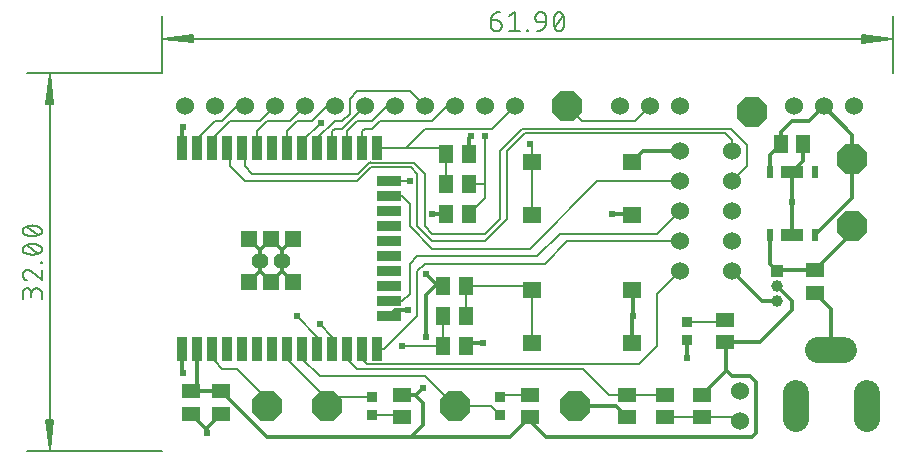
<source format=gbr>
G04 EAGLE Gerber RS-274X export*
G75*
%MOMM*%
%FSLAX34Y34*%
%LPD*%
%INTop Copper*%
%IPPOS*%
%AMOC8*
5,1,8,0,0,1.08239X$1,22.5*%
G01*
%ADD10C,0.130000*%
%ADD11C,0.152400*%
%ADD12R,1.300000X1.500000*%
%ADD13R,1.500000X1.300000*%
%ADD14C,1.524000*%
%ADD15R,0.600000X1.050000*%
%ADD16R,1.870000X1.050000*%
%ADD17R,0.950000X0.950000*%
%ADD18R,1.600000X1.400000*%
%ADD19R,0.900000X2.000000*%
%ADD20R,2.000000X0.900000*%
%ADD21R,1.330000X1.330000*%
%ADD22C,1.422400*%
%ADD23R,1.000000X1.000000*%
%ADD24C,1.000000*%
%ADD25P,2.749271X8X22.500000*%
%ADD26C,2.184400*%
%ADD27C,0.304800*%
%ADD28C,0.604000*%
%ADD29C,0.203200*%


D10*
X0Y0D02*
X-114750Y0D01*
X-114750Y320000D02*
X0Y320000D01*
X-95250Y319350D02*
X-95250Y650D01*
X-98442Y26000D01*
X-92058Y26000D01*
X-95250Y650D01*
X-96550Y26000D01*
X-93950Y26000D02*
X-95250Y650D01*
X-97850Y26000D01*
X-92650Y26000D02*
X-95250Y650D01*
X-98442Y294000D02*
X-95250Y319350D01*
X-98442Y294000D02*
X-92058Y294000D01*
X-95250Y319350D01*
X-96550Y294000D01*
X-93950Y294000D02*
X-95250Y319350D01*
X-97850Y294000D01*
X-92650Y294000D02*
X-95250Y319350D01*
D11*
X-101757Y133457D02*
X-101757Y128941D01*
X-101757Y133457D02*
X-101759Y133590D01*
X-101765Y133722D01*
X-101775Y133854D01*
X-101788Y133986D01*
X-101806Y134118D01*
X-101827Y134248D01*
X-101852Y134379D01*
X-101881Y134508D01*
X-101914Y134636D01*
X-101950Y134764D01*
X-101990Y134890D01*
X-102034Y135015D01*
X-102082Y135139D01*
X-102133Y135261D01*
X-102188Y135382D01*
X-102246Y135501D01*
X-102308Y135619D01*
X-102373Y135734D01*
X-102442Y135848D01*
X-102513Y135959D01*
X-102589Y136068D01*
X-102667Y136175D01*
X-102748Y136280D01*
X-102833Y136382D01*
X-102920Y136482D01*
X-103010Y136579D01*
X-103103Y136674D01*
X-103199Y136765D01*
X-103297Y136854D01*
X-103398Y136940D01*
X-103502Y137023D01*
X-103608Y137103D01*
X-103716Y137179D01*
X-103826Y137253D01*
X-103939Y137323D01*
X-104053Y137390D01*
X-104170Y137453D01*
X-104288Y137513D01*
X-104408Y137570D01*
X-104530Y137623D01*
X-104653Y137672D01*
X-104777Y137718D01*
X-104903Y137760D01*
X-105030Y137798D01*
X-105158Y137833D01*
X-105287Y137864D01*
X-105416Y137891D01*
X-105547Y137914D01*
X-105678Y137934D01*
X-105810Y137949D01*
X-105942Y137961D01*
X-106074Y137969D01*
X-106207Y137973D01*
X-106339Y137973D01*
X-106472Y137969D01*
X-106604Y137961D01*
X-106736Y137949D01*
X-106868Y137934D01*
X-106999Y137914D01*
X-107130Y137891D01*
X-107259Y137864D01*
X-107388Y137833D01*
X-107516Y137798D01*
X-107643Y137760D01*
X-107769Y137718D01*
X-107893Y137672D01*
X-108016Y137623D01*
X-108138Y137570D01*
X-108258Y137513D01*
X-108376Y137453D01*
X-108493Y137390D01*
X-108607Y137323D01*
X-108720Y137253D01*
X-108830Y137179D01*
X-108938Y137103D01*
X-109044Y137023D01*
X-109148Y136940D01*
X-109249Y136854D01*
X-109347Y136765D01*
X-109443Y136674D01*
X-109536Y136579D01*
X-109626Y136482D01*
X-109713Y136382D01*
X-109798Y136280D01*
X-109879Y136175D01*
X-109957Y136068D01*
X-110033Y135959D01*
X-110104Y135848D01*
X-110173Y135734D01*
X-110238Y135619D01*
X-110300Y135501D01*
X-110358Y135382D01*
X-110413Y135261D01*
X-110464Y135139D01*
X-110512Y135015D01*
X-110556Y134890D01*
X-110596Y134764D01*
X-110632Y134636D01*
X-110665Y134508D01*
X-110694Y134379D01*
X-110719Y134248D01*
X-110740Y134118D01*
X-110758Y133986D01*
X-110771Y133854D01*
X-110781Y133722D01*
X-110787Y133590D01*
X-110789Y133457D01*
X-118013Y134360D02*
X-118013Y128941D01*
X-118013Y134360D02*
X-118011Y134479D01*
X-118005Y134599D01*
X-117995Y134718D01*
X-117981Y134836D01*
X-117964Y134955D01*
X-117942Y135072D01*
X-117917Y135189D01*
X-117887Y135304D01*
X-117854Y135419D01*
X-117817Y135533D01*
X-117777Y135645D01*
X-117732Y135756D01*
X-117684Y135865D01*
X-117633Y135973D01*
X-117578Y136079D01*
X-117519Y136183D01*
X-117457Y136285D01*
X-117392Y136385D01*
X-117323Y136483D01*
X-117251Y136579D01*
X-117176Y136672D01*
X-117099Y136762D01*
X-117018Y136850D01*
X-116934Y136935D01*
X-116847Y137017D01*
X-116758Y137097D01*
X-116666Y137173D01*
X-116572Y137247D01*
X-116475Y137317D01*
X-116377Y137384D01*
X-116276Y137448D01*
X-116172Y137508D01*
X-116067Y137565D01*
X-115960Y137618D01*
X-115852Y137668D01*
X-115742Y137714D01*
X-115630Y137756D01*
X-115517Y137795D01*
X-115403Y137830D01*
X-115288Y137861D01*
X-115171Y137889D01*
X-115054Y137912D01*
X-114937Y137932D01*
X-114818Y137948D01*
X-114699Y137960D01*
X-114580Y137968D01*
X-114461Y137972D01*
X-114341Y137972D01*
X-114222Y137968D01*
X-114103Y137960D01*
X-113984Y137948D01*
X-113865Y137932D01*
X-113748Y137912D01*
X-113631Y137889D01*
X-113514Y137861D01*
X-113399Y137830D01*
X-113285Y137795D01*
X-113172Y137756D01*
X-113060Y137714D01*
X-112950Y137668D01*
X-112842Y137618D01*
X-112735Y137565D01*
X-112630Y137508D01*
X-112526Y137448D01*
X-112425Y137384D01*
X-112327Y137317D01*
X-112230Y137247D01*
X-112136Y137173D01*
X-112044Y137097D01*
X-111955Y137017D01*
X-111868Y136935D01*
X-111784Y136850D01*
X-111703Y136762D01*
X-111626Y136672D01*
X-111551Y136579D01*
X-111479Y136483D01*
X-111410Y136385D01*
X-111345Y136285D01*
X-111283Y136183D01*
X-111224Y136079D01*
X-111169Y135973D01*
X-111118Y135865D01*
X-111070Y135756D01*
X-111025Y135645D01*
X-110985Y135533D01*
X-110948Y135419D01*
X-110915Y135304D01*
X-110885Y135189D01*
X-110860Y135072D01*
X-110838Y134955D01*
X-110821Y134836D01*
X-110807Y134718D01*
X-110797Y134599D01*
X-110791Y134479D01*
X-110789Y134360D01*
X-110788Y134360D02*
X-110788Y130748D01*
X-118013Y149540D02*
X-118011Y149665D01*
X-118005Y149790D01*
X-117996Y149915D01*
X-117982Y150039D01*
X-117965Y150163D01*
X-117944Y150287D01*
X-117919Y150409D01*
X-117890Y150531D01*
X-117858Y150652D01*
X-117822Y150772D01*
X-117782Y150891D01*
X-117739Y151008D01*
X-117692Y151124D01*
X-117641Y151239D01*
X-117587Y151351D01*
X-117529Y151463D01*
X-117469Y151572D01*
X-117404Y151679D01*
X-117337Y151785D01*
X-117266Y151888D01*
X-117192Y151989D01*
X-117115Y152088D01*
X-117035Y152184D01*
X-116952Y152278D01*
X-116867Y152369D01*
X-116778Y152458D01*
X-116687Y152543D01*
X-116593Y152626D01*
X-116497Y152706D01*
X-116398Y152783D01*
X-116297Y152857D01*
X-116194Y152928D01*
X-116088Y152995D01*
X-115981Y153060D01*
X-115872Y153120D01*
X-115760Y153178D01*
X-115648Y153232D01*
X-115533Y153283D01*
X-115417Y153330D01*
X-115300Y153373D01*
X-115181Y153413D01*
X-115061Y153449D01*
X-114940Y153481D01*
X-114818Y153510D01*
X-114696Y153535D01*
X-114572Y153556D01*
X-114448Y153573D01*
X-114324Y153587D01*
X-114199Y153596D01*
X-114074Y153602D01*
X-113949Y153604D01*
X-118013Y149540D02*
X-118011Y149397D01*
X-118005Y149255D01*
X-117995Y149112D01*
X-117982Y148970D01*
X-117964Y148829D01*
X-117943Y148687D01*
X-117918Y148547D01*
X-117889Y148407D01*
X-117856Y148268D01*
X-117819Y148130D01*
X-117779Y147993D01*
X-117735Y147858D01*
X-117687Y147723D01*
X-117635Y147590D01*
X-117580Y147458D01*
X-117521Y147328D01*
X-117459Y147200D01*
X-117393Y147073D01*
X-117324Y146948D01*
X-117252Y146825D01*
X-117176Y146705D01*
X-117097Y146586D01*
X-117014Y146469D01*
X-116929Y146355D01*
X-116840Y146243D01*
X-116749Y146134D01*
X-116654Y146027D01*
X-116557Y145922D01*
X-116456Y145821D01*
X-116353Y145722D01*
X-116248Y145626D01*
X-116139Y145533D01*
X-116028Y145443D01*
X-115915Y145356D01*
X-115800Y145272D01*
X-115682Y145192D01*
X-115562Y145114D01*
X-115440Y145040D01*
X-115316Y144970D01*
X-115190Y144902D01*
X-115062Y144839D01*
X-114933Y144778D01*
X-114802Y144721D01*
X-114670Y144668D01*
X-114536Y144619D01*
X-114401Y144573D01*
X-110788Y152248D02*
X-110880Y152342D01*
X-110974Y152432D01*
X-111071Y152520D01*
X-111171Y152605D01*
X-111273Y152687D01*
X-111378Y152766D01*
X-111485Y152841D01*
X-111594Y152913D01*
X-111705Y152982D01*
X-111819Y153048D01*
X-111934Y153110D01*
X-112051Y153169D01*
X-112170Y153224D01*
X-112290Y153275D01*
X-112412Y153323D01*
X-112535Y153368D01*
X-112659Y153408D01*
X-112785Y153445D01*
X-112912Y153478D01*
X-113039Y153507D01*
X-113168Y153533D01*
X-113297Y153554D01*
X-113427Y153572D01*
X-113557Y153585D01*
X-113687Y153595D01*
X-113818Y153601D01*
X-113949Y153603D01*
X-110788Y152249D02*
X-101757Y144573D01*
X-101757Y153604D01*
X-101757Y159578D02*
X-102660Y159578D01*
X-102660Y160481D01*
X-101757Y160481D01*
X-101757Y159578D01*
X-109885Y166456D02*
X-110205Y166460D01*
X-110524Y166471D01*
X-110844Y166490D01*
X-111162Y166517D01*
X-111480Y166551D01*
X-111797Y166593D01*
X-112113Y166643D01*
X-112428Y166700D01*
X-112741Y166764D01*
X-113053Y166836D01*
X-113363Y166915D01*
X-113670Y167002D01*
X-113976Y167096D01*
X-114279Y167197D01*
X-114580Y167306D01*
X-114878Y167421D01*
X-115174Y167544D01*
X-115466Y167674D01*
X-115755Y167811D01*
X-115756Y167811D02*
X-115864Y167850D01*
X-115971Y167893D01*
X-116076Y167939D01*
X-116180Y167990D01*
X-116282Y168043D01*
X-116382Y168100D01*
X-116480Y168161D01*
X-116575Y168225D01*
X-116669Y168292D01*
X-116760Y168363D01*
X-116849Y168436D01*
X-116935Y168513D01*
X-117018Y168592D01*
X-117099Y168674D01*
X-117177Y168759D01*
X-117251Y168847D01*
X-117323Y168937D01*
X-117391Y169029D01*
X-117457Y169124D01*
X-117519Y169221D01*
X-117577Y169320D01*
X-117633Y169422D01*
X-117684Y169524D01*
X-117732Y169629D01*
X-117777Y169735D01*
X-117818Y169843D01*
X-117855Y169952D01*
X-117888Y170062D01*
X-117917Y170174D01*
X-117943Y170286D01*
X-117965Y170399D01*
X-117982Y170513D01*
X-117996Y170627D01*
X-118006Y170742D01*
X-118012Y170857D01*
X-118014Y170972D01*
X-118013Y170972D02*
X-118011Y171087D01*
X-118005Y171202D01*
X-117995Y171317D01*
X-117981Y171431D01*
X-117964Y171545D01*
X-117942Y171658D01*
X-117916Y171770D01*
X-117887Y171882D01*
X-117854Y171992D01*
X-117817Y172101D01*
X-117776Y172209D01*
X-117731Y172315D01*
X-117683Y172420D01*
X-117632Y172522D01*
X-117576Y172623D01*
X-117518Y172723D01*
X-117456Y172820D01*
X-117391Y172914D01*
X-117322Y173007D01*
X-117250Y173097D01*
X-117176Y173185D01*
X-117098Y173270D01*
X-117017Y173352D01*
X-116934Y173431D01*
X-116848Y173508D01*
X-116759Y173581D01*
X-116668Y173652D01*
X-116574Y173719D01*
X-116479Y173783D01*
X-116381Y173844D01*
X-116281Y173901D01*
X-116179Y173954D01*
X-116075Y174005D01*
X-115970Y174051D01*
X-115863Y174094D01*
X-115755Y174133D01*
X-115755Y174132D02*
X-115466Y174269D01*
X-115174Y174399D01*
X-114878Y174522D01*
X-114580Y174637D01*
X-114279Y174746D01*
X-113976Y174847D01*
X-113670Y174941D01*
X-113363Y175028D01*
X-113053Y175107D01*
X-112741Y175179D01*
X-112428Y175243D01*
X-112113Y175300D01*
X-111797Y175350D01*
X-111480Y175392D01*
X-111162Y175426D01*
X-110844Y175453D01*
X-110524Y175472D01*
X-110205Y175483D01*
X-109885Y175487D01*
X-109885Y166457D02*
X-109565Y166461D01*
X-109246Y166472D01*
X-108926Y166491D01*
X-108608Y166518D01*
X-108290Y166552D01*
X-107973Y166594D01*
X-107657Y166644D01*
X-107342Y166701D01*
X-107029Y166765D01*
X-106717Y166837D01*
X-106407Y166916D01*
X-106100Y167003D01*
X-105794Y167097D01*
X-105491Y167198D01*
X-105190Y167307D01*
X-104892Y167422D01*
X-104596Y167545D01*
X-104304Y167675D01*
X-104015Y167812D01*
X-104015Y167811D02*
X-103907Y167850D01*
X-103800Y167893D01*
X-103695Y167939D01*
X-103591Y167990D01*
X-103489Y168043D01*
X-103389Y168100D01*
X-103291Y168161D01*
X-103196Y168225D01*
X-103102Y168292D01*
X-103011Y168363D01*
X-102922Y168436D01*
X-102836Y168513D01*
X-102753Y168592D01*
X-102672Y168674D01*
X-102594Y168759D01*
X-102520Y168847D01*
X-102448Y168937D01*
X-102379Y169030D01*
X-102314Y169124D01*
X-102252Y169221D01*
X-102194Y169321D01*
X-102138Y169422D01*
X-102087Y169524D01*
X-102039Y169629D01*
X-101994Y169735D01*
X-101953Y169843D01*
X-101916Y169952D01*
X-101883Y170062D01*
X-101854Y170174D01*
X-101828Y170286D01*
X-101806Y170399D01*
X-101789Y170513D01*
X-101775Y170627D01*
X-101765Y170742D01*
X-101759Y170857D01*
X-101757Y170972D01*
X-104015Y174132D02*
X-104304Y174269D01*
X-104596Y174399D01*
X-104892Y174522D01*
X-105190Y174637D01*
X-105491Y174746D01*
X-105794Y174847D01*
X-106100Y174941D01*
X-106407Y175028D01*
X-106717Y175107D01*
X-107029Y175179D01*
X-107342Y175243D01*
X-107657Y175300D01*
X-107973Y175350D01*
X-108290Y175392D01*
X-108608Y175426D01*
X-108926Y175453D01*
X-109246Y175472D01*
X-109565Y175483D01*
X-109885Y175487D01*
X-104015Y174133D02*
X-103907Y174094D01*
X-103800Y174051D01*
X-103695Y174005D01*
X-103591Y173954D01*
X-103489Y173901D01*
X-103389Y173844D01*
X-103291Y173783D01*
X-103196Y173719D01*
X-103102Y173652D01*
X-103011Y173581D01*
X-102922Y173508D01*
X-102836Y173431D01*
X-102753Y173352D01*
X-102672Y173270D01*
X-102594Y173185D01*
X-102520Y173097D01*
X-102448Y173007D01*
X-102379Y172914D01*
X-102314Y172820D01*
X-102252Y172723D01*
X-102194Y172623D01*
X-102138Y172522D01*
X-102087Y172419D01*
X-102039Y172315D01*
X-101994Y172209D01*
X-101953Y172101D01*
X-101916Y171992D01*
X-101883Y171882D01*
X-101854Y171770D01*
X-101828Y171658D01*
X-101806Y171545D01*
X-101789Y171431D01*
X-101775Y171317D01*
X-101765Y171202D01*
X-101759Y171087D01*
X-101757Y170972D01*
X-105369Y167359D02*
X-114401Y174584D01*
X-109885Y182088D02*
X-110205Y182092D01*
X-110524Y182103D01*
X-110844Y182122D01*
X-111162Y182149D01*
X-111480Y182183D01*
X-111797Y182225D01*
X-112113Y182275D01*
X-112428Y182332D01*
X-112741Y182396D01*
X-113053Y182468D01*
X-113363Y182547D01*
X-113670Y182634D01*
X-113976Y182728D01*
X-114279Y182829D01*
X-114580Y182938D01*
X-114878Y183053D01*
X-115174Y183176D01*
X-115466Y183306D01*
X-115755Y183443D01*
X-115756Y183442D02*
X-115864Y183481D01*
X-115971Y183524D01*
X-116076Y183570D01*
X-116180Y183621D01*
X-116282Y183674D01*
X-116382Y183731D01*
X-116480Y183792D01*
X-116575Y183856D01*
X-116669Y183923D01*
X-116760Y183994D01*
X-116849Y184067D01*
X-116935Y184144D01*
X-117018Y184223D01*
X-117099Y184305D01*
X-117177Y184390D01*
X-117251Y184478D01*
X-117323Y184568D01*
X-117391Y184660D01*
X-117457Y184755D01*
X-117519Y184852D01*
X-117577Y184951D01*
X-117633Y185053D01*
X-117684Y185155D01*
X-117732Y185260D01*
X-117777Y185366D01*
X-117818Y185474D01*
X-117855Y185583D01*
X-117888Y185693D01*
X-117917Y185805D01*
X-117943Y185917D01*
X-117965Y186030D01*
X-117982Y186144D01*
X-117996Y186258D01*
X-118006Y186373D01*
X-118012Y186488D01*
X-118014Y186603D01*
X-118013Y186603D02*
X-118011Y186718D01*
X-118005Y186833D01*
X-117995Y186948D01*
X-117981Y187062D01*
X-117964Y187176D01*
X-117942Y187289D01*
X-117916Y187401D01*
X-117887Y187513D01*
X-117854Y187623D01*
X-117817Y187732D01*
X-117776Y187840D01*
X-117731Y187946D01*
X-117683Y188051D01*
X-117632Y188153D01*
X-117576Y188254D01*
X-117518Y188354D01*
X-117456Y188451D01*
X-117391Y188545D01*
X-117322Y188638D01*
X-117250Y188728D01*
X-117176Y188816D01*
X-117098Y188901D01*
X-117017Y188983D01*
X-116934Y189062D01*
X-116848Y189139D01*
X-116759Y189212D01*
X-116668Y189283D01*
X-116574Y189350D01*
X-116479Y189414D01*
X-116381Y189475D01*
X-116281Y189532D01*
X-116179Y189585D01*
X-116075Y189636D01*
X-115970Y189682D01*
X-115863Y189725D01*
X-115755Y189764D01*
X-115755Y189763D02*
X-115466Y189900D01*
X-115174Y190030D01*
X-114878Y190153D01*
X-114580Y190268D01*
X-114279Y190377D01*
X-113976Y190478D01*
X-113670Y190572D01*
X-113363Y190659D01*
X-113053Y190738D01*
X-112741Y190810D01*
X-112428Y190874D01*
X-112113Y190931D01*
X-111797Y190981D01*
X-111480Y191023D01*
X-111162Y191057D01*
X-110844Y191084D01*
X-110524Y191103D01*
X-110205Y191114D01*
X-109885Y191118D01*
X-109885Y182088D02*
X-109565Y182092D01*
X-109246Y182103D01*
X-108926Y182122D01*
X-108608Y182149D01*
X-108290Y182183D01*
X-107973Y182225D01*
X-107657Y182275D01*
X-107342Y182332D01*
X-107029Y182396D01*
X-106717Y182468D01*
X-106407Y182547D01*
X-106100Y182634D01*
X-105794Y182728D01*
X-105491Y182829D01*
X-105190Y182938D01*
X-104892Y183053D01*
X-104596Y183176D01*
X-104304Y183306D01*
X-104015Y183443D01*
X-104015Y183442D02*
X-103907Y183481D01*
X-103800Y183524D01*
X-103695Y183570D01*
X-103591Y183621D01*
X-103489Y183674D01*
X-103389Y183731D01*
X-103291Y183792D01*
X-103196Y183856D01*
X-103102Y183923D01*
X-103011Y183994D01*
X-102922Y184067D01*
X-102836Y184144D01*
X-102753Y184223D01*
X-102672Y184305D01*
X-102594Y184390D01*
X-102520Y184478D01*
X-102448Y184568D01*
X-102379Y184661D01*
X-102314Y184755D01*
X-102252Y184852D01*
X-102194Y184952D01*
X-102138Y185053D01*
X-102087Y185155D01*
X-102039Y185260D01*
X-101994Y185366D01*
X-101953Y185474D01*
X-101916Y185583D01*
X-101883Y185693D01*
X-101854Y185805D01*
X-101828Y185917D01*
X-101806Y186030D01*
X-101789Y186144D01*
X-101775Y186258D01*
X-101765Y186373D01*
X-101759Y186488D01*
X-101757Y186603D01*
X-104015Y189763D02*
X-104304Y189900D01*
X-104596Y190030D01*
X-104892Y190153D01*
X-105190Y190268D01*
X-105491Y190377D01*
X-105794Y190478D01*
X-106100Y190572D01*
X-106407Y190659D01*
X-106717Y190738D01*
X-107029Y190810D01*
X-107342Y190874D01*
X-107657Y190931D01*
X-107973Y190981D01*
X-108290Y191023D01*
X-108608Y191057D01*
X-108926Y191084D01*
X-109246Y191103D01*
X-109565Y191114D01*
X-109885Y191118D01*
X-104015Y189764D02*
X-103907Y189725D01*
X-103800Y189682D01*
X-103695Y189636D01*
X-103591Y189585D01*
X-103489Y189532D01*
X-103389Y189475D01*
X-103291Y189414D01*
X-103196Y189350D01*
X-103102Y189283D01*
X-103011Y189212D01*
X-102922Y189139D01*
X-102836Y189062D01*
X-102753Y188983D01*
X-102672Y188901D01*
X-102594Y188816D01*
X-102520Y188728D01*
X-102448Y188638D01*
X-102379Y188545D01*
X-102314Y188451D01*
X-102252Y188354D01*
X-102194Y188254D01*
X-102138Y188153D01*
X-102087Y188050D01*
X-102039Y187946D01*
X-101994Y187840D01*
X-101953Y187732D01*
X-101916Y187623D01*
X-101883Y187513D01*
X-101854Y187401D01*
X-101828Y187289D01*
X-101806Y187176D01*
X-101789Y187062D01*
X-101775Y186948D01*
X-101765Y186833D01*
X-101759Y186718D01*
X-101757Y186603D01*
X-105369Y182991D02*
X-114401Y190215D01*
D10*
X619000Y320000D02*
X619003Y368719D01*
X3Y368759D02*
X0Y320040D01*
X652Y349259D02*
X618352Y349219D01*
X593002Y352413D01*
X593002Y346028D01*
X618352Y349219D01*
X593002Y350520D01*
X593002Y347920D02*
X618352Y349219D01*
X593002Y351820D01*
X593002Y346620D02*
X618352Y349219D01*
X26002Y352449D02*
X652Y349259D01*
X26002Y352449D02*
X26002Y346065D01*
X652Y349259D01*
X26002Y350557D01*
X26002Y347957D02*
X652Y349259D01*
X26002Y351857D01*
X26002Y346657D02*
X652Y349259D01*
D11*
X278444Y364779D02*
X283862Y364779D01*
X283862Y364778D02*
X283980Y364776D01*
X284098Y364770D01*
X284216Y364761D01*
X284333Y364747D01*
X284450Y364730D01*
X284567Y364709D01*
X284682Y364684D01*
X284797Y364655D01*
X284911Y364622D01*
X285023Y364586D01*
X285134Y364546D01*
X285244Y364503D01*
X285353Y364456D01*
X285460Y364406D01*
X285565Y364351D01*
X285668Y364294D01*
X285769Y364233D01*
X285869Y364169D01*
X285966Y364102D01*
X286061Y364032D01*
X286153Y363958D01*
X286244Y363882D01*
X286331Y363802D01*
X286416Y363720D01*
X286498Y363635D01*
X286578Y363548D01*
X286654Y363457D01*
X286728Y363365D01*
X286798Y363270D01*
X286865Y363173D01*
X286929Y363073D01*
X286990Y362972D01*
X287047Y362869D01*
X287102Y362764D01*
X287152Y362657D01*
X287199Y362548D01*
X287242Y362438D01*
X287282Y362327D01*
X287318Y362215D01*
X287351Y362101D01*
X287380Y361986D01*
X287405Y361871D01*
X287426Y361754D01*
X287443Y361637D01*
X287457Y361520D01*
X287466Y361402D01*
X287472Y361284D01*
X287474Y361166D01*
X287475Y361166D02*
X287475Y360263D01*
X287473Y360130D01*
X287467Y359998D01*
X287457Y359866D01*
X287444Y359734D01*
X287426Y359602D01*
X287405Y359472D01*
X287380Y359341D01*
X287351Y359212D01*
X287318Y359084D01*
X287282Y358956D01*
X287242Y358830D01*
X287198Y358705D01*
X287150Y358581D01*
X287099Y358459D01*
X287044Y358338D01*
X286986Y358219D01*
X286924Y358101D01*
X286859Y357986D01*
X286790Y357872D01*
X286719Y357761D01*
X286643Y357652D01*
X286565Y357545D01*
X286484Y357440D01*
X286399Y357338D01*
X286312Y357238D01*
X286222Y357141D01*
X286129Y357046D01*
X286033Y356955D01*
X285935Y356866D01*
X285834Y356780D01*
X285730Y356697D01*
X285624Y356617D01*
X285516Y356541D01*
X285406Y356467D01*
X285293Y356397D01*
X285179Y356330D01*
X285062Y356267D01*
X284944Y356207D01*
X284824Y356150D01*
X284702Y356097D01*
X284579Y356048D01*
X284455Y356002D01*
X284329Y355960D01*
X284202Y355922D01*
X284074Y355887D01*
X283945Y355856D01*
X283816Y355829D01*
X283685Y355806D01*
X283554Y355786D01*
X283422Y355771D01*
X283290Y355759D01*
X283158Y355751D01*
X283025Y355747D01*
X282893Y355747D01*
X282760Y355751D01*
X282628Y355759D01*
X282496Y355771D01*
X282364Y355786D01*
X282233Y355806D01*
X282102Y355829D01*
X281973Y355856D01*
X281844Y355887D01*
X281716Y355922D01*
X281589Y355960D01*
X281463Y356002D01*
X281339Y356048D01*
X281216Y356097D01*
X281094Y356150D01*
X280974Y356207D01*
X280856Y356267D01*
X280739Y356330D01*
X280625Y356397D01*
X280512Y356467D01*
X280402Y356541D01*
X280294Y356617D01*
X280188Y356697D01*
X280084Y356780D01*
X279983Y356866D01*
X279885Y356955D01*
X279789Y357046D01*
X279696Y357141D01*
X279606Y357238D01*
X279519Y357338D01*
X279434Y357440D01*
X279353Y357545D01*
X279275Y357652D01*
X279199Y357761D01*
X279128Y357872D01*
X279059Y357986D01*
X278994Y358101D01*
X278932Y358219D01*
X278874Y358338D01*
X278819Y358459D01*
X278768Y358581D01*
X278720Y358705D01*
X278676Y358830D01*
X278636Y358956D01*
X278600Y359084D01*
X278567Y359212D01*
X278538Y359341D01*
X278513Y359472D01*
X278492Y359602D01*
X278474Y359734D01*
X278461Y359866D01*
X278451Y359998D01*
X278445Y360130D01*
X278443Y360263D01*
X278444Y360263D02*
X278444Y364779D01*
X278443Y364779D02*
X278445Y364956D01*
X278452Y365134D01*
X278463Y365311D01*
X278478Y365487D01*
X278497Y365663D01*
X278521Y365839D01*
X278549Y366014D01*
X278582Y366189D01*
X278619Y366362D01*
X278660Y366535D01*
X278705Y366706D01*
X278754Y366876D01*
X278808Y367045D01*
X278865Y367213D01*
X278927Y367379D01*
X278993Y367544D01*
X279063Y367707D01*
X279137Y367868D01*
X279214Y368027D01*
X279296Y368185D01*
X279382Y368340D01*
X279471Y368493D01*
X279564Y368644D01*
X279661Y368793D01*
X279761Y368939D01*
X279865Y369083D01*
X279972Y369224D01*
X280083Y369362D01*
X280197Y369498D01*
X280315Y369631D01*
X280435Y369761D01*
X280559Y369888D01*
X280686Y370012D01*
X280816Y370132D01*
X280949Y370250D01*
X281084Y370364D01*
X281223Y370475D01*
X281364Y370582D01*
X281508Y370686D01*
X281654Y370786D01*
X281803Y370883D01*
X281954Y370976D01*
X282107Y371065D01*
X282262Y371151D01*
X282420Y371233D01*
X282579Y371310D01*
X282740Y371384D01*
X282903Y371454D01*
X283068Y371520D01*
X283234Y371582D01*
X283402Y371639D01*
X283571Y371693D01*
X283741Y371742D01*
X283912Y371787D01*
X284085Y371828D01*
X284258Y371865D01*
X284433Y371898D01*
X284608Y371926D01*
X284784Y371950D01*
X284960Y371969D01*
X285136Y371984D01*
X285313Y371995D01*
X285491Y372002D01*
X285668Y372004D01*
X294075Y368391D02*
X298590Y372004D01*
X298590Y355748D01*
X294075Y355748D02*
X303106Y355748D01*
X309081Y355748D02*
X309081Y356651D01*
X309984Y356651D01*
X309984Y355748D01*
X309081Y355748D01*
X319571Y362973D02*
X324990Y362973D01*
X319571Y362973D02*
X319453Y362975D01*
X319335Y362981D01*
X319217Y362990D01*
X319100Y363004D01*
X318983Y363021D01*
X318866Y363042D01*
X318751Y363067D01*
X318636Y363096D01*
X318522Y363129D01*
X318410Y363165D01*
X318299Y363205D01*
X318189Y363248D01*
X318080Y363295D01*
X317973Y363345D01*
X317868Y363400D01*
X317765Y363457D01*
X317664Y363518D01*
X317564Y363582D01*
X317467Y363649D01*
X317372Y363719D01*
X317280Y363793D01*
X317189Y363869D01*
X317102Y363949D01*
X317017Y364031D01*
X316935Y364116D01*
X316855Y364203D01*
X316779Y364294D01*
X316705Y364386D01*
X316635Y364481D01*
X316568Y364578D01*
X316504Y364678D01*
X316443Y364779D01*
X316386Y364882D01*
X316331Y364987D01*
X316281Y365094D01*
X316234Y365203D01*
X316191Y365313D01*
X316151Y365424D01*
X316115Y365536D01*
X316082Y365650D01*
X316053Y365765D01*
X316028Y365880D01*
X316007Y365997D01*
X315990Y366114D01*
X315976Y366231D01*
X315967Y366349D01*
X315961Y366467D01*
X315959Y366585D01*
X315958Y366585D02*
X315958Y367488D01*
X315960Y367621D01*
X315966Y367753D01*
X315976Y367885D01*
X315989Y368017D01*
X316007Y368149D01*
X316028Y368279D01*
X316053Y368410D01*
X316082Y368539D01*
X316115Y368667D01*
X316151Y368795D01*
X316191Y368921D01*
X316235Y369046D01*
X316283Y369170D01*
X316334Y369292D01*
X316389Y369413D01*
X316447Y369532D01*
X316509Y369650D01*
X316574Y369765D01*
X316643Y369879D01*
X316714Y369990D01*
X316790Y370099D01*
X316868Y370206D01*
X316949Y370311D01*
X317034Y370413D01*
X317121Y370513D01*
X317211Y370610D01*
X317304Y370705D01*
X317400Y370796D01*
X317498Y370885D01*
X317599Y370971D01*
X317703Y371054D01*
X317809Y371134D01*
X317917Y371210D01*
X318027Y371284D01*
X318140Y371354D01*
X318254Y371421D01*
X318371Y371484D01*
X318489Y371544D01*
X318609Y371601D01*
X318731Y371654D01*
X318854Y371703D01*
X318978Y371749D01*
X319104Y371791D01*
X319231Y371829D01*
X319359Y371864D01*
X319488Y371895D01*
X319617Y371922D01*
X319748Y371945D01*
X319879Y371965D01*
X320011Y371980D01*
X320143Y371992D01*
X320275Y372000D01*
X320408Y372004D01*
X320540Y372004D01*
X320673Y372000D01*
X320805Y371992D01*
X320937Y371980D01*
X321069Y371965D01*
X321200Y371945D01*
X321331Y371922D01*
X321460Y371895D01*
X321589Y371864D01*
X321717Y371829D01*
X321844Y371791D01*
X321970Y371749D01*
X322094Y371703D01*
X322217Y371654D01*
X322339Y371601D01*
X322459Y371544D01*
X322577Y371484D01*
X322694Y371421D01*
X322808Y371354D01*
X322921Y371284D01*
X323031Y371210D01*
X323139Y371134D01*
X323245Y371054D01*
X323349Y370971D01*
X323450Y370885D01*
X323548Y370796D01*
X323644Y370705D01*
X323737Y370610D01*
X323827Y370513D01*
X323914Y370413D01*
X323999Y370311D01*
X324080Y370206D01*
X324158Y370099D01*
X324234Y369990D01*
X324305Y369879D01*
X324374Y369765D01*
X324439Y369650D01*
X324501Y369532D01*
X324559Y369413D01*
X324614Y369292D01*
X324665Y369170D01*
X324713Y369046D01*
X324757Y368921D01*
X324797Y368795D01*
X324833Y368667D01*
X324866Y368539D01*
X324895Y368410D01*
X324920Y368279D01*
X324941Y368149D01*
X324959Y368017D01*
X324972Y367885D01*
X324982Y367753D01*
X324988Y367621D01*
X324990Y367488D01*
X324990Y362973D01*
X324988Y362798D01*
X324982Y362624D01*
X324971Y362450D01*
X324956Y362276D01*
X324937Y362102D01*
X324914Y361929D01*
X324887Y361757D01*
X324855Y361585D01*
X324820Y361414D01*
X324780Y361244D01*
X324736Y361075D01*
X324688Y360907D01*
X324636Y360740D01*
X324580Y360575D01*
X324520Y360411D01*
X324457Y360248D01*
X324389Y360088D01*
X324317Y359928D01*
X324242Y359771D01*
X324162Y359615D01*
X324079Y359462D01*
X323993Y359310D01*
X323902Y359161D01*
X323808Y359014D01*
X323711Y358869D01*
X323610Y358726D01*
X323506Y358586D01*
X323398Y358449D01*
X323287Y358314D01*
X323173Y358182D01*
X323056Y358053D01*
X322935Y357926D01*
X322812Y357803D01*
X322685Y357682D01*
X322556Y357565D01*
X322424Y357451D01*
X322289Y357340D01*
X322152Y357232D01*
X322012Y357128D01*
X321869Y357027D01*
X321724Y356930D01*
X321577Y356836D01*
X321428Y356745D01*
X321276Y356659D01*
X321123Y356576D01*
X320967Y356496D01*
X320810Y356421D01*
X320650Y356349D01*
X320490Y356281D01*
X320327Y356218D01*
X320163Y356158D01*
X319998Y356102D01*
X319831Y356050D01*
X319663Y356002D01*
X319494Y355958D01*
X319324Y355918D01*
X319153Y355883D01*
X318981Y355851D01*
X318809Y355824D01*
X318636Y355801D01*
X318462Y355782D01*
X318288Y355767D01*
X318114Y355756D01*
X317940Y355750D01*
X317765Y355748D01*
X331590Y363876D02*
X331594Y364196D01*
X331605Y364515D01*
X331624Y364835D01*
X331651Y365153D01*
X331685Y365471D01*
X331727Y365788D01*
X331777Y366104D01*
X331834Y366419D01*
X331898Y366732D01*
X331970Y367044D01*
X332049Y367354D01*
X332136Y367661D01*
X332230Y367967D01*
X332331Y368270D01*
X332440Y368571D01*
X332555Y368869D01*
X332678Y369165D01*
X332808Y369457D01*
X332945Y369746D01*
X332944Y369746D02*
X332983Y369854D01*
X333026Y369961D01*
X333072Y370066D01*
X333123Y370170D01*
X333176Y370272D01*
X333233Y370372D01*
X333294Y370470D01*
X333358Y370565D01*
X333425Y370659D01*
X333496Y370750D01*
X333569Y370839D01*
X333646Y370925D01*
X333725Y371008D01*
X333807Y371089D01*
X333892Y371167D01*
X333980Y371241D01*
X334070Y371313D01*
X334162Y371381D01*
X334257Y371447D01*
X334354Y371509D01*
X334453Y371567D01*
X334555Y371623D01*
X334657Y371674D01*
X334762Y371722D01*
X334868Y371767D01*
X334976Y371808D01*
X335085Y371845D01*
X335195Y371878D01*
X335307Y371907D01*
X335419Y371933D01*
X335532Y371955D01*
X335646Y371972D01*
X335760Y371986D01*
X335875Y371996D01*
X335990Y372002D01*
X336105Y372004D01*
X336220Y372002D01*
X336335Y371996D01*
X336450Y371986D01*
X336564Y371972D01*
X336678Y371955D01*
X336791Y371933D01*
X336903Y371907D01*
X337015Y371878D01*
X337125Y371845D01*
X337234Y371808D01*
X337342Y371767D01*
X337448Y371722D01*
X337553Y371674D01*
X337655Y371623D01*
X337756Y371567D01*
X337856Y371509D01*
X337953Y371447D01*
X338047Y371382D01*
X338140Y371313D01*
X338230Y371241D01*
X338318Y371167D01*
X338403Y371089D01*
X338485Y371008D01*
X338564Y370925D01*
X338641Y370839D01*
X338714Y370750D01*
X338785Y370659D01*
X338852Y370565D01*
X338916Y370470D01*
X338977Y370372D01*
X339034Y370272D01*
X339087Y370170D01*
X339138Y370066D01*
X339184Y369961D01*
X339227Y369854D01*
X339266Y369746D01*
X339403Y369457D01*
X339533Y369165D01*
X339656Y368869D01*
X339771Y368571D01*
X339880Y368270D01*
X339981Y367967D01*
X340075Y367661D01*
X340162Y367354D01*
X340241Y367044D01*
X340313Y366732D01*
X340377Y366419D01*
X340434Y366104D01*
X340484Y365788D01*
X340526Y365471D01*
X340560Y365153D01*
X340587Y364835D01*
X340606Y364515D01*
X340617Y364196D01*
X340621Y363876D01*
X331590Y363876D02*
X331594Y363556D01*
X331605Y363237D01*
X331624Y362917D01*
X331651Y362599D01*
X331685Y362281D01*
X331727Y361964D01*
X331777Y361648D01*
X331834Y361333D01*
X331898Y361020D01*
X331970Y360708D01*
X332049Y360398D01*
X332136Y360091D01*
X332230Y359785D01*
X332331Y359482D01*
X332440Y359181D01*
X332555Y358883D01*
X332678Y358587D01*
X332808Y358295D01*
X332945Y358006D01*
X332944Y358005D02*
X332983Y357897D01*
X333026Y357790D01*
X333072Y357685D01*
X333123Y357581D01*
X333176Y357479D01*
X333233Y357379D01*
X333294Y357281D01*
X333358Y357186D01*
X333425Y357092D01*
X333496Y357001D01*
X333569Y356912D01*
X333646Y356826D01*
X333725Y356743D01*
X333807Y356662D01*
X333892Y356584D01*
X333980Y356510D01*
X334070Y356438D01*
X334163Y356369D01*
X334257Y356304D01*
X334354Y356242D01*
X334454Y356184D01*
X334555Y356128D01*
X334657Y356077D01*
X334762Y356029D01*
X334868Y355984D01*
X334976Y355943D01*
X335085Y355906D01*
X335195Y355873D01*
X335307Y355844D01*
X335419Y355818D01*
X335532Y355796D01*
X335646Y355779D01*
X335760Y355765D01*
X335875Y355755D01*
X335990Y355749D01*
X336105Y355747D01*
X339265Y358006D02*
X339402Y358295D01*
X339532Y358587D01*
X339655Y358883D01*
X339770Y359181D01*
X339879Y359482D01*
X339980Y359785D01*
X340074Y360091D01*
X340161Y360398D01*
X340240Y360708D01*
X340312Y361020D01*
X340376Y361333D01*
X340433Y361648D01*
X340483Y361964D01*
X340525Y362281D01*
X340559Y362599D01*
X340586Y362917D01*
X340605Y363237D01*
X340616Y363556D01*
X340620Y363876D01*
X339266Y358005D02*
X339227Y357897D01*
X339184Y357790D01*
X339138Y357685D01*
X339087Y357581D01*
X339034Y357479D01*
X338977Y357379D01*
X338916Y357281D01*
X338852Y357186D01*
X338785Y357092D01*
X338714Y357001D01*
X338641Y356912D01*
X338564Y356826D01*
X338485Y356743D01*
X338403Y356662D01*
X338318Y356584D01*
X338230Y356510D01*
X338140Y356438D01*
X338047Y356369D01*
X337953Y356304D01*
X337856Y356242D01*
X337756Y356184D01*
X337655Y356128D01*
X337552Y356077D01*
X337448Y356029D01*
X337342Y355984D01*
X337234Y355943D01*
X337125Y355906D01*
X337015Y355873D01*
X336903Y355844D01*
X336791Y355818D01*
X336678Y355796D01*
X336564Y355779D01*
X336450Y355765D01*
X336335Y355755D01*
X336220Y355749D01*
X336105Y355747D01*
X332493Y359360D02*
X339718Y368391D01*
D12*
X523900Y260350D03*
X542900Y260350D03*
D13*
X552450Y153010D03*
X552450Y134010D03*
D14*
X488950Y50800D03*
X488950Y25400D03*
D15*
X514350Y182800D03*
D16*
X533400Y182800D03*
D15*
X552450Y182800D03*
X552450Y236300D03*
D16*
X533400Y236300D03*
D15*
X514350Y236300D03*
D17*
X444500Y94100D03*
X444500Y109100D03*
D12*
X257150Y139700D03*
X238150Y139700D03*
X259690Y200660D03*
X240690Y200660D03*
D13*
X457200Y28600D03*
X457200Y47600D03*
D18*
X313600Y91800D03*
X397600Y91800D03*
X313600Y136800D03*
X397600Y136800D03*
X313600Y199750D03*
X397600Y199750D03*
X313600Y244750D03*
X397600Y244750D03*
D19*
X17250Y86450D03*
X29950Y86450D03*
X42650Y86450D03*
X55350Y86450D03*
X68050Y86450D03*
X80750Y86450D03*
X93450Y86450D03*
X106150Y86450D03*
X118850Y86450D03*
X131550Y86450D03*
X144250Y86450D03*
X156950Y86450D03*
X169650Y86450D03*
X182350Y86450D03*
D20*
X192350Y114300D03*
X192350Y127000D03*
X192350Y139700D03*
X192350Y152400D03*
X192350Y165100D03*
X192350Y177800D03*
X192350Y190500D03*
X192350Y203200D03*
X192350Y215900D03*
X192350Y228600D03*
D19*
X182350Y256450D03*
X169650Y256450D03*
X156950Y256450D03*
X144250Y256450D03*
X131550Y256450D03*
X118850Y256450D03*
X106150Y256450D03*
X93450Y256450D03*
X80750Y256450D03*
X68050Y256450D03*
X55350Y256450D03*
X42650Y256450D03*
X29950Y256450D03*
X17250Y256450D03*
D21*
X73900Y143100D03*
X73900Y179800D03*
X92250Y143100D03*
X92250Y179800D03*
X110600Y143100D03*
X110600Y179800D03*
D22*
X83075Y161450D03*
X101425Y161450D03*
D14*
X247650Y292100D03*
X273050Y292100D03*
X298450Y292100D03*
X222250Y292100D03*
X196850Y292100D03*
X171450Y292100D03*
X146050Y292100D03*
X120650Y292100D03*
X95250Y292100D03*
X69850Y292100D03*
X44450Y292100D03*
X19050Y292100D03*
D17*
X177800Y45600D03*
X177800Y30600D03*
X285750Y30600D03*
X285750Y45600D03*
D13*
X203200Y28600D03*
X203200Y47600D03*
X311150Y47600D03*
X311150Y28600D03*
D23*
X520700Y152400D03*
D24*
X520700Y139700D03*
X520700Y127000D03*
D14*
X482600Y203200D03*
X482600Y228600D03*
X482600Y254000D03*
X482600Y177800D03*
X482600Y152400D03*
X438150Y203200D03*
X438150Y177800D03*
X438150Y152400D03*
X438150Y228600D03*
X438150Y254000D03*
X387350Y292100D03*
X412750Y292100D03*
X438150Y292100D03*
D12*
X238150Y88900D03*
X257150Y88900D03*
X257150Y114300D03*
X238150Y114300D03*
X240690Y251460D03*
X259690Y251460D03*
X259690Y226060D03*
X240690Y226060D03*
D13*
X393700Y47600D03*
X393700Y28600D03*
X425450Y28600D03*
X425450Y47600D03*
D25*
X88900Y38100D03*
X247650Y38100D03*
X139700Y38100D03*
X499110Y287020D03*
X349250Y38100D03*
X342900Y292100D03*
X584200Y190500D03*
X584200Y247650D03*
D13*
X24384Y50648D03*
X24384Y31648D03*
X49784Y50648D03*
X49784Y31648D03*
X476250Y111100D03*
X476250Y92100D03*
D14*
X585470Y292100D03*
X560070Y292100D03*
X534670Y292100D03*
D26*
X555498Y86100D02*
X577342Y86100D01*
X596420Y49022D02*
X596420Y27178D01*
X536420Y27178D02*
X536420Y49022D01*
D27*
X533400Y127000D02*
X520700Y139700D01*
X533400Y127000D02*
X533400Y119380D01*
X506120Y92100D01*
X476250Y92100D01*
X29950Y86450D02*
X29950Y56214D01*
X24384Y50648D01*
X49784Y50648D01*
X88748Y11684D01*
X210820Y11684D01*
X220980Y21844D01*
X220980Y40640D01*
X214020Y47600D01*
X203200Y47600D01*
X210820Y11684D02*
X294234Y11684D01*
X311150Y28600D01*
X476250Y92100D02*
X477520Y90830D01*
X477520Y68580D01*
X482600Y63500D01*
X497840Y63500D01*
X502920Y58420D01*
X502920Y15240D01*
X499364Y11684D01*
X325120Y11684D01*
X311150Y25654D01*
X311150Y28600D01*
X477520Y67920D02*
X477520Y68580D01*
X477520Y67920D02*
X457200Y47600D01*
X240690Y200660D02*
X228600Y200660D01*
D28*
X228600Y200660D03*
X223520Y149860D03*
D27*
X233680Y139700D01*
X238150Y139700D01*
X231140Y139700D01*
X223520Y132080D01*
X223520Y96520D01*
D28*
X223520Y96520D03*
X220980Y53340D03*
D27*
X215240Y47600D01*
X214020Y47600D01*
D28*
X17780Y274320D03*
X17780Y66040D03*
X38100Y15240D03*
X398780Y114300D03*
X444500Y78740D03*
X533400Y210820D03*
X381000Y200660D03*
X261620Y266700D03*
D27*
X259690Y264770D02*
X259690Y251460D01*
X259690Y264770D02*
X261620Y266700D01*
X397600Y244750D02*
X406850Y254000D01*
X438150Y254000D01*
X533400Y236300D02*
X542900Y245800D01*
X542900Y260350D01*
X533400Y236300D02*
X533400Y210820D01*
X533400Y182800D01*
X384200Y38100D02*
X349250Y38100D01*
X384200Y38100D02*
X393700Y28600D01*
X49784Y31648D02*
X38100Y19964D01*
X38100Y15240D01*
X38100Y17932D02*
X24384Y31648D01*
X38100Y17932D02*
X38100Y15240D01*
X17780Y66040D02*
X17250Y66570D01*
X17250Y86450D01*
X17250Y256450D02*
X17250Y273790D01*
X17780Y274320D01*
D28*
X271780Y91440D03*
D27*
X259690Y91440D02*
X257150Y88900D01*
X259690Y91440D02*
X271780Y91440D01*
D28*
X208280Y119380D03*
D27*
X197430Y119380D02*
X192350Y114300D01*
X197430Y119380D02*
X208280Y119380D01*
X397600Y136800D02*
X398780Y135620D01*
X398780Y114300D01*
X397600Y113120D02*
X397600Y91800D01*
X397600Y113120D02*
X398780Y114300D01*
X444500Y94100D02*
X444500Y78740D01*
X396690Y200660D02*
X381000Y200660D01*
X396690Y200660D02*
X397600Y199750D01*
X83075Y170625D02*
X73900Y179800D01*
X83075Y170625D02*
X83075Y161450D01*
X83075Y170625D02*
X92250Y179800D01*
X101425Y170625D01*
X101425Y161450D01*
X101425Y170625D02*
X110600Y179800D01*
X101425Y152275D02*
X110600Y143100D01*
X101425Y152275D02*
X101425Y161450D01*
X101425Y152275D02*
X92250Y143100D01*
X83075Y152275D01*
X83075Y161450D01*
X83075Y152275D02*
X73900Y143100D01*
X552450Y134010D02*
X566420Y120040D01*
X566420Y86100D01*
D29*
X238150Y88900D02*
X238150Y114300D01*
X44450Y84650D02*
X42650Y86450D01*
X50800Y69850D02*
X63500Y69850D01*
X88900Y44450D01*
X88900Y38100D01*
X203200Y88900D02*
X238150Y88900D01*
D28*
X203200Y88900D03*
D29*
X50800Y69850D02*
X44450Y76200D01*
X44450Y84650D01*
X182350Y256450D02*
X207100Y256450D01*
X240690Y251460D02*
X240690Y226060D01*
X240690Y251460D02*
X235700Y256450D01*
X207100Y256450D01*
X279400Y273050D02*
X298450Y292100D01*
X279400Y273050D02*
X222250Y273050D01*
X207100Y257900D01*
X207100Y256450D01*
X209550Y228600D02*
X192350Y228600D01*
D28*
X209550Y228600D03*
D29*
X169650Y271250D02*
X171450Y273050D01*
X241300Y292100D02*
X247650Y292100D01*
X177800Y273050D02*
X171450Y273050D01*
X177800Y273050D02*
X184150Y279400D01*
X228600Y279400D02*
X241300Y292100D01*
X228600Y279400D02*
X184150Y279400D01*
X169650Y271250D02*
X169650Y256450D01*
X209550Y304800D02*
X222250Y292100D01*
X165100Y304800D02*
X158750Y298450D01*
X165100Y304800D02*
X209550Y304800D01*
X152400Y279400D02*
X146050Y279400D01*
X152400Y279400D02*
X158750Y285750D01*
X158750Y298450D01*
X131550Y264900D02*
X131550Y256450D01*
X131550Y264900D02*
X146050Y279400D01*
X419100Y184150D02*
X438150Y203200D01*
X419100Y184150D02*
X336550Y184150D01*
X317500Y165100D01*
X215900Y165100D01*
X209550Y158750D01*
X209550Y133350D01*
X203200Y127000D01*
X192350Y127000D01*
X368300Y228600D02*
X438150Y228600D01*
X368300Y228600D02*
X311150Y171450D01*
X228600Y171450D01*
X209550Y190500D01*
X209550Y209550D01*
X203200Y215900D01*
X192350Y215900D01*
X156950Y256450D02*
X156950Y271250D01*
X165100Y279400D02*
X177800Y279400D01*
X190500Y292100D02*
X196850Y292100D01*
X165100Y279400D02*
X156950Y271250D01*
X177800Y279400D02*
X190500Y292100D01*
X144250Y271250D02*
X144250Y256450D01*
X144250Y271250D02*
X146050Y273050D01*
X152400Y273050D01*
X171450Y292100D01*
D28*
X134645Y278105D03*
D29*
X118850Y262309D01*
X118850Y256450D01*
X342900Y292100D02*
X355600Y279400D01*
X400050Y279400D01*
X412750Y292100D01*
X146050Y292100D02*
X139700Y292100D01*
X127000Y279400D01*
X106150Y271250D02*
X106150Y256450D01*
X114300Y279400D02*
X127000Y279400D01*
X114300Y279400D02*
X106150Y271250D01*
X80750Y271250D02*
X80750Y256450D01*
X107950Y279400D02*
X120650Y292100D01*
X88900Y279400D02*
X80750Y271250D01*
X88900Y279400D02*
X107950Y279400D01*
X44450Y258250D02*
X42650Y256450D01*
X44450Y258250D02*
X44450Y266700D01*
X57150Y279400D01*
X82550Y279400D02*
X95250Y292100D01*
X82550Y279400D02*
X57150Y279400D01*
X31750Y258250D02*
X29950Y256450D01*
X31750Y258250D02*
X31750Y266700D01*
X44450Y279400D01*
X50800Y279400D01*
X63500Y292100D01*
X69850Y292100D01*
D28*
X114300Y114300D03*
D29*
X131550Y97050D01*
X131550Y86450D01*
D28*
X133350Y107950D03*
D29*
X144250Y97050D01*
X144250Y86450D01*
X147200Y45600D02*
X139700Y38100D01*
X147200Y45600D02*
X177800Y45600D01*
X106150Y78000D02*
X106150Y86450D01*
X139700Y44450D02*
X139700Y38100D01*
X139700Y44450D02*
X106150Y78000D01*
X118850Y78000D02*
X118850Y86450D01*
X118850Y78000D02*
X133350Y63500D01*
X222250Y63500D01*
X247650Y38100D01*
X278250Y38100D01*
X285750Y30600D01*
X57150Y254650D02*
X55350Y256450D01*
X57150Y254650D02*
X57150Y241300D01*
X69850Y228600D01*
X165100Y228600D01*
X176854Y240354D01*
X210496Y240354D02*
X215900Y234950D01*
X215900Y190500D01*
X228600Y177800D01*
X273050Y177800D01*
X292100Y196850D01*
X292100Y254000D01*
X210496Y240354D02*
X176854Y240354D01*
X307594Y269494D02*
X476250Y269494D01*
X482600Y263144D01*
X482600Y254000D01*
X307594Y269494D02*
X292100Y254000D01*
X69850Y254650D02*
X68050Y256450D01*
X69850Y254650D02*
X69850Y241300D01*
X76200Y234950D01*
X166242Y234950D01*
X176000Y244708D01*
X176798Y243910D01*
X213290Y243910D01*
X222250Y234950D02*
X222250Y190500D01*
X228600Y184150D01*
X273050Y184150D01*
X285750Y196850D01*
X285750Y254000D01*
X304800Y273050D01*
X481728Y273050D02*
X495300Y259478D01*
X495300Y241300D01*
X482600Y228600D01*
X222250Y234950D02*
X213290Y243910D01*
X304800Y273050D02*
X481728Y273050D01*
X203200Y28600D02*
X201200Y30600D01*
X177800Y30600D01*
X285750Y45600D02*
X287750Y47600D01*
X311150Y47600D01*
D27*
X514350Y158750D02*
X520700Y152400D01*
X514350Y158750D02*
X514350Y182800D01*
X521310Y153010D02*
X520700Y152400D01*
X521310Y153010D02*
X552450Y153010D01*
X584200Y184760D01*
X584200Y190500D01*
X520700Y127000D02*
X508000Y127000D01*
X482600Y152400D01*
D29*
X438150Y177800D02*
X342900Y177800D01*
X323850Y158750D01*
X222250Y158750D01*
X215900Y152400D01*
X215900Y114300D01*
X188050Y86450D01*
X182350Y86450D01*
X419100Y133350D02*
X438150Y152400D01*
X419100Y133350D02*
X419100Y88900D01*
X404110Y73910D02*
X173740Y73910D01*
X404110Y73910D02*
X419100Y88900D01*
X173740Y73910D02*
X169650Y78000D01*
X169650Y86450D01*
D27*
X584200Y247650D02*
X584200Y267970D01*
X560070Y292100D01*
X547370Y279400D01*
X533400Y279400D01*
X523900Y269900D01*
X523900Y260350D01*
X514350Y250800D02*
X514350Y236300D01*
X514350Y250800D02*
X523900Y260350D01*
X584200Y214550D02*
X552450Y182800D01*
X584200Y214550D02*
X584200Y247650D01*
D29*
X156950Y86450D02*
X156950Y78000D01*
X165100Y69850D01*
X378433Y47600D02*
X393700Y47600D01*
X425450Y47600D01*
X378433Y47600D02*
X356183Y69850D01*
X165100Y69850D01*
X425450Y28600D02*
X457200Y28600D01*
X485750Y28600D01*
X488950Y25400D01*
X474250Y109100D02*
X476250Y111100D01*
X474250Y109100D02*
X444500Y109100D01*
X313600Y199750D02*
X313600Y244750D01*
X273050Y226060D02*
X273050Y266700D01*
X273050Y226060D02*
X273050Y214020D01*
X259690Y200660D01*
D28*
X273050Y266700D03*
X311150Y260350D03*
D29*
X313600Y257900D01*
X313600Y244750D01*
X273050Y226060D02*
X259690Y226060D01*
X313600Y136800D02*
X313600Y91800D01*
X313600Y136800D02*
X310700Y139700D01*
X257150Y139700D01*
X257150Y114300D01*
M02*

</source>
